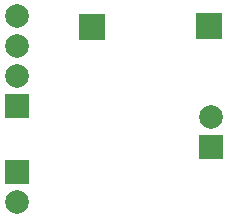
<source format=gbl>
G04*
G04 #@! TF.GenerationSoftware,Altium Limited,Altium Designer,22.6.1 (34)*
G04*
G04 Layer_Physical_Order=2*
G04 Layer_Color=16711680*
%FSLAX44Y44*%
%MOMM*%
G71*
G04*
G04 #@! TF.SameCoordinates,FDA96D18-9E80-4915-BAA7-3A6B21B50570*
G04*
G04*
G04 #@! TF.FilePolarity,Positive*
G04*
G01*
G75*
%ADD26C,2.0000*%
%ADD27R,2.0000X2.0000*%
%ADD28R,2.3000X2.3000*%
D26*
X710000Y1093100D02*
D03*
Y1067700D02*
D03*
Y1042300D02*
D03*
X709930Y935990D02*
D03*
X874000Y1007700D02*
D03*
D27*
X710000Y1016900D02*
D03*
X709930Y961390D02*
D03*
X874000Y982300D02*
D03*
D28*
X773000Y1084000D02*
D03*
X872000Y1085000D02*
D03*
M02*

</source>
